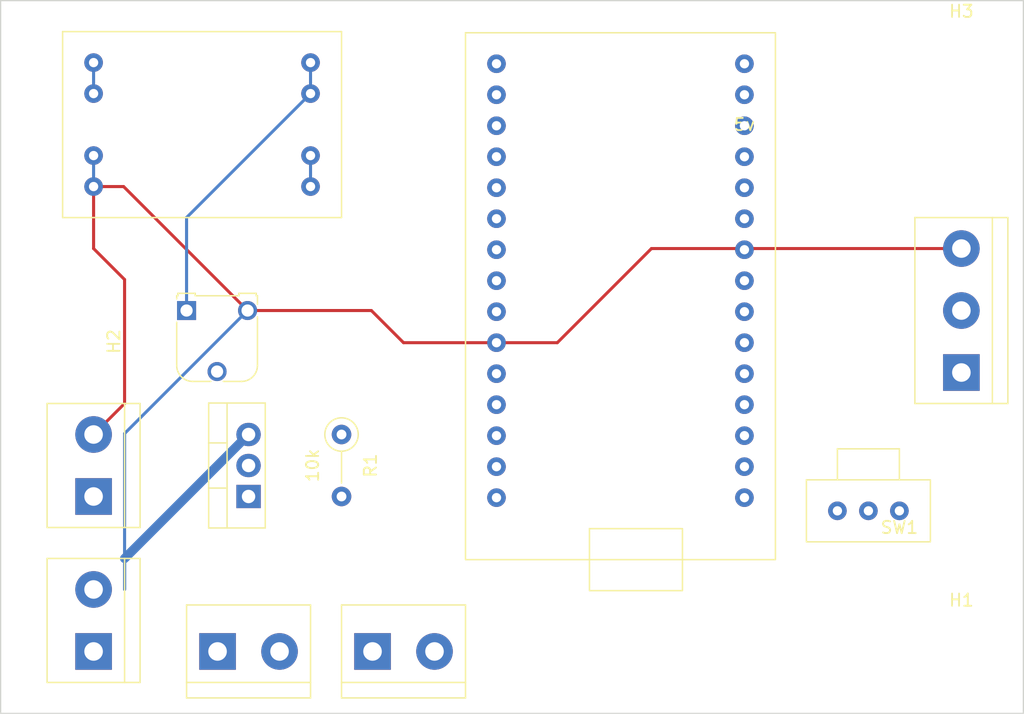
<source format=kicad_pcb>
(kicad_pcb (version 20211014) (generator pcbnew)
  (layers (0 "F.Cu" signal) (31 "B.Cu" signal) (34 "B.Paste" user) (35 "F.Paste" user) (36 "B.SilkS" user "B.Silkscreen") (37 "F.SilkS" user "F.Silkscreen") (38 "B.Mask" user) (39 "F.Mask" user) (44 "Edge.Cuts" user))
  (net 0 "")
  (net 1 "VCC")
  (net 2 "MOSFET_GND")
  (net 5 "Net-(RV1-Pad2)")
  (net 10 "GND")
  (net 22 "DIR")
  (net 23 "+5V")
  (net 26 "ENABLE")
  (net 28 "PUL")
  (net 29 "Net-(Q1-Pad1)")
  (footprint "TerminalBlock:TerminalBlock_bornier-2_P5.08mm" (layer "F.Cu") (at 142.24 134.62)
    (fp_text reference "J3" hide)
    (fp_text value "Screw_Terminal_01x02" hide)
    (fp_line (start -2.54 -3.81) (end -2.54 3.81) (layer "F.SilkS") (width 0.12))
    (fp_line (start 7.62 3.81) (end 7.62 -3.81) (layer "F.SilkS") (width 0.12))
    (fp_line (start -2.54 3.81) (end 7.62 3.81) (layer "F.SilkS") (width 0.12))
    (fp_line (start 7.62 2.54) (end -2.54 2.54) (layer "F.SilkS") (width 0.12))
    (fp_line (start 7.62 -3.81) (end -2.54 -3.81) (layer "F.SilkS") (width 0.12))
    (pad "1" thru_hole rect (at 0 0) (size 3 3) (drill 1.52) (layers *.Cu *.Mask) (net 22 "DIR"))
    (pad "2" thru_hole circle (at 5.08 0) (size 3 3) (drill 1.52) (layers *.Cu *.Mask) (net 10 "GND"))
  )
  (footprint "Potentiometer_THT:Potentiometer_Runtron_RM-065_Vertical" (layer "F.Cu") (at 127 106.68)
    (fp_text reference "RV1" hide)
    (fp_text value "R_Potentiometer_Trim_US" hide)
    (fp_line (start 0.71 -1.21) (end 4.29 -1.21) (layer "F.SilkS") (width 0.12))
    (fp_line (start 0.71 -1.21) (end 0.71 -1.41) (layer "F.SilkS") (width 0.12))
    (fp_line (start -0.71 -1.41) (end 0.71 -1.41) (layer "F.SilkS") (width 0.12))
    (fp_line (start 1.99 5.81) (end 0.5 5.81) (layer "F.SilkS") (width 0.12))
    (fp_line (start 4.29 -1.41) (end 5.71 -1.41) (layer "F.SilkS") (width 0.12))
    (fp_line (start -0.81 -1.21) (end -0.81 -0.96) (layer "F.SilkS") (width 0.12))
    (fp_line (start 4.29 -1.21) (end 4.29 -1.41) (layer "F.SilkS") (width 0.12))
    (fp_line (start -0.81 4.5) (end -0.81 0.96) (layer "F.SilkS") (width 0.12))
    (fp_line (start -0.71 -1.41) (end -0.71 -1.21) (layer "F.SilkS") (width 0.12))
    (fp_line (start 5.81 -1.21) (end 5.81 -0.52) (layer "F.SilkS") (width 0.12))
    (fp_line (start 5.81 0.52) (end 5.81 4.5) (layer "F.SilkS") (width 0.12))
    (fp_line (start -0.71 -1.21) (end -0.81 -1.21) (layer "F.SilkS") (width 0.12))
    (fp_line (start 4.5 5.81) (end 3.01 5.81) (layer "F.SilkS") (width 0.12))
    (fp_line (start 5.71 -1.21) (end 5.81 -1.21) (layer "F.SilkS") (width 0.12))
    (fp_line (start 5.71 -1.41) (end 5.71 -1.21) (layer "F.SilkS") (width 0.12))
    (fp_arc (start 5.81 4.5) (mid 5.42631 5.42631) (end 4.5 5.81) (layer "F.SilkS") (width 0.12))
    (fp_arc (start 0.5 5.81) (mid -0.42631 5.42631) (end -0.81 4.5) (layer "F.SilkS") (width 0.12))
    (pad "1" thru_hole rect (at 0 0) (size 1.56 1.56) (drill 1) (layers *.Cu *.Mask) (net 23 "+5V"))
    (pad "2" thru_hole circle (at 2.5 5) (size 1.56 1.56) (drill 1) (layers *.Cu *.Mask) (net 5 "Net-(RV1-Pad2)"))
    (pad "3" thru_hole circle (at 5 0) (size 1.56 1.56) (drill 1) (layers *.Cu *.Mask) (net 10 "GND"))
  )
  (footprint "TerminalBlock:TerminalBlock_bornier-3_P5.08mm" (layer "F.Cu") (at 190.5 111.76 90)
    (fp_text reference "J5" hide)
    (fp_text value "Screw_Terminal_01x03" hide)
    (fp_line (start -2.54 3.81) (end 12.7 3.81) (layer "F.SilkS") (width 0.12))
    (fp_line (start -2.54 3.81) (end -2.54 -3.81) (layer "F.SilkS") (width 0.12))
    (fp_line (start -2.54 2.54) (end 12.7 2.54) (layer "F.SilkS") (width 0.12))
    (fp_line (start 12.7 3.81) (end 12.7 -3.81) (layer "F.SilkS") (width 0.12))
    (fp_line (start -2.54 -3.81) (end 12.7 -3.81) (layer "F.SilkS") (width 0.12))
    (pad "1" thru_hole rect (at 0 0 90) (size 3 3) (drill 1.52) (layers *.Cu *.Mask) (net 23 "+5V"))
    (pad "2" thru_hole circle (at 5.08 0 90) (size 3 3) (drill 1.52) (layers *.Cu *.Mask) (net 26 "ENABLE"))
    (pad "3" thru_hole circle (at 10.16 0 90) (size 3 3) (drill 1.52) (layers *.Cu *.Mask) (net 10 "GND"))
  )
  (footprint "Button_Switch_THT:Slide Switch" (layer "F.Cu") (at 185.42 125.635)
    (fp_text reference "SW1" (at 0 -1.175 unlocked) (layer "F.SilkS"))
    (fp_text value "SW_SPDT")
    (fp_line (start 0 -7.62) (end 0 -5.08) (layer "F.SilkS") (width 0.12))
    (fp_line (start -5.08 -7.62) (end 0 -7.62) (layer "F.SilkS") (width 0.12))
    (fp_line (start -5.08 -5.08) (end -5.08 -7.62) (layer "F.SilkS") (width 0.12))
    (fp_rect (start -7.62 -5.08) (end 2.54 0) (layer "F.SilkS") (width 0.12) (fill none))
    (pad "1" thru_hole circle (at -5.08 -2.54) (size 1.524 1.524) (drill 0.762) (layers *.Cu *.Mask) (net 2 "MOSFET_GND"))
    (pad "2" thru_hole circle (at -2.54 -2.54) (size 1.524 1.524) (drill 0.762) (layers *.Cu *.Mask) (net 1 "VCC"))
    (pad "3" thru_hole circle (at 0 -2.54) (size 1.524 1.524) (drill 0.762) (layers *.Cu *.Mask) (net 10 "GND"))
  )
  (footprint "TerminalBlock:TerminalBlock_bornier-2_P5.08mm" (layer "F.Cu") (at 119.38 134.62 90)
    (fp_text reference "J1" hide)
    (fp_text value "Screw_Terminal_01x02" hide)
    (fp_line (start -2.54 -3.81) (end -2.54 3.81) (layer "F.SilkS") (width 0.12))
    (fp_line (start 7.62 3.81) (end 7.62 -3.81) (layer "F.SilkS") (width 0.12))
    (fp_line (start 7.62 2.54) (end -2.54 2.54) (layer "F.SilkS") (width 0.12))
    (fp_line (start 7.62 -3.81) (end -2.54 -3.81) (layer "F.SilkS") (width 0.12))
    (fp_line (start -2.54 3.81) (end 7.62 3.81) (layer "F.SilkS") (width 0.12))
    (pad "1" thru_hole rect (at 0 0 90) (size 3 3) (drill 1.52) (layers *.Cu *.Mask) (net 1 "VCC"))
    (pad "2" thru_hole circle (at 5.08 0 90) (size 3 3) (drill 1.52) (layers *.Cu *.Mask) (net 1 "VCC"))
  )
  (footprint "MountingHole:MountingHole_3.2mm_M3" (layer "F.Cu") (at 116.84 109.22 -90)
    (fp_text reference "H2" (at 0 -4.2 90) (layer "F.SilkS"))
    (fp_text value "MountingHole")
    (pad "" np_thru_hole circle (at 0 0 270) (size 3.2 3.2) (drill 3.2) (layers *.Cu *.Mask))
  )
  (footprint "Converter_DCDC:DCDC_Generic-5v" (layer "F.Cu") (at 129.54 93.98)
    (fp_text reference "U2" hide)
    (fp_text value "Generic_5v_Module")
    (fp_line (start -12.7 5.08) (end -12.7 -10.16) (layer "F.SilkS") (width 0.12))
    (fp_line (start -12.7 -10.16) (end 10.16 -10.16) (layer "F.SilkS") (width 0.12))
    (fp_line (start 10.16 -10.16) (end 10.16 5.08) (layer "F.SilkS") (width 0.12))
    (fp_line (start 10.16 5.08) (end -12.7 5.08) (layer "F.SilkS") (width 0.12))
    (pad "1" thru_hole circle (at -10.16 -5.08) (size 1.524 1.524) (drill 0.762) (layers *.Cu *.Mask) (net 1 "VCC"))
    (pad "1" thru_hole circle (at -10.16 -7.62) (size 1.524 1.524) (drill 0.762) (layers *.Cu *.Mask) (net 1 "VCC"))
    (pad "2" thru_hole circle (at -10.16 2.54) (size 1.524 1.524) (drill 0.762) (layers *.Cu *.Mask) (net 10 "GND"))
    (pad "2" thru_hole circle (at -10.16 0) (size 1.524 1.524) (drill 0.762) (layers *.Cu *.Mask) (net 10 "GND"))
    (pad "3" thru_hole circle (at 7.62 -7.62) (size 1.524 1.524) (drill 0.762) (layers *.Cu *.Mask) (net 23 "+5V"))
    (pad "3" thru_hole circle (at 7.62 -5.08) (size 1.524 1.524) (drill 0.762) (layers *.Cu *.Mask) (net 23 "+5V"))
    (pad "4" thru_hole circle (at 7.62 2.54) (size 1.524 1.524) (drill 0.762) (layers *.Cu *.Mask) (net 10 "GND"))
    (pad "4" thru_hole circle (at 7.62 0) (size 1.524 1.524) (drill 0.762) (layers *.Cu *.Mask) (net 10 "GND"))
  )
  (footprint "Package_TO_SOT_THT:TO-220-3_Vertical" (layer "F.Cu") (at 132.08 121.92 90)
    (fp_text reference "Q1" hide)
    (fp_text value "IRLZ44N" hide)
    (fp_line (start 7.66 -3.27) (end 7.66 1.371) (layer "F.SilkS") (width 0.12))
    (fp_line (start -2.58 1.371) (end 7.66 1.371) (layer "F.SilkS") (width 0.12))
    (fp_line (start 4.391 -3.27) (end 4.391 -1.76) (layer "F.SilkS") (width 0.12))
    (fp_line (start -2.58 -3.27) (end -2.58 1.371) (layer "F.SilkS") (width 0.12))
    (fp_line (start 0.69 -3.27) (end 0.69 -1.76) (layer "F.SilkS") (width 0.12))
    (fp_line (start -2.58 -3.27) (end 7.66 -3.27) (layer "F.SilkS") (width 0.12))
    (fp_line (start -2.58 -1.76) (end 7.66 -1.76) (layer "F.SilkS") (width 0.12))
    (pad "1" thru_hole rect (at 0 0 90) (size 1.905 2) (drill 1.1) (layers *.Cu *.Mask) (net 29 "Net-(Q1-Pad1)"))
    (pad "2" thru_hole oval (at 2.54 0 90) (size 1.905 2) (drill 1.1) (layers *.Cu *.Mask) (net 2 "MOSFET_GND"))
    (pad "3" thru_hole oval (at 5.08 0 90) (size 1.905 2) (drill 1.1) (layers *.Cu *.Mask) (net 10 "GND"))
  )
  (footprint "ESP32_modules:NodeMCU 8266 LUA 12-F" (layer "F.Cu") (at 149.86 83.915)
    (fp_text reference "U1" hide)
    (fp_text value "NodeMCU_ESP8266_LUA_12-F")
    (fp_rect (start 0 0) (end 25.4 43.18) (layer "F.SilkS") (width 0.12) (fill none))
    (fp_rect (start 10.16 40.64) (end 17.78 45.72) (layer "F.SilkS") (width 0.12) (fill none))
    (pad "1" thru_hole circle (at 2.54 2.54) (size 1.524 1.524) (drill 0.762) (layers *.Cu *.Mask))
    (pad "2" thru_hole circle (at 2.54 5.08) (size 1.524 1.524) (drill 0.762) (layers *.Cu *.Mask))
    (pad "3" thru_hole circle (at 2.54 7.62) (size 1.524 1.524) (drill 0.762) (layers *.Cu *.Mask))
    (pad "4" thru_hole circle (at 2.54 10.16) (size 1.524 1.524) (drill 0.762) (layers *.Cu *.Mask))
    (pad "5" thru_hole circle (at 2.54 12.7) (size 1.524 1.524) (drill 0.762) (layers *.Cu *.Mask) (net 5 "Net-(RV1-Pad2)"))
    (pad "6" thru_hole circle (at 2.54 15.24) (size 1.524 1.524) (drill 0.762) (layers *.Cu *.Mask))
    (pad "7" thru_hole circle (at 2.54 17.78) (size 1.524 1.524) (drill 0.762) (layers *.Cu *.Mask))
    (pad "8" thru_hole circle (at 2.54 20.32) (size 1.524 1.524) (drill 0.762) (layers *.Cu *.Mask))
    (pad "9" thru_hole circle (at 2.54 22.86) (size 1.524 1.524) (drill 0.762) (layers *.Cu *.Mask))
    (pad "10" thru_hole circle (at 2.54 25.4) (size 1.524 1.524) (drill 0.762) (layers *.Cu *.Mask) (net 10 "GND"))
    (pad "11" thru_hole circle (at 2.54 27.94) (size 1.524 1.524) (drill 0.762) (layers *.Cu *.Mask) (net 2 "MOSFET_GND"))
    (pad "12" thru_hole circle (at 2.54 30.48) (size 1.524 1.524) (drill 0.762) (layers *.Cu *.Mask))
    (pad "13" thru_hole circle (at 2.54 33.02) (size 1.524 1.524) (drill 0.762) (layers *.Cu *.Mask))
    (pad "14" thru_hole circle (at 2.54 35.56) (size 1.524 1.524) (drill 0.762) (layers *.Cu *.Mask))
    (pad "15" thru_hole circle (at 2.54 38.1) (size 1.524 1.524) (drill 0.762) (layers *.Cu *.Mask) (net 23 "+5V"))
    (pad "16" thru_hole circle (at 22.86 2.54) (size 1.524 1.524) (drill 0.762) (layers *.Cu *.Mask))
    (pad "17" thru_hole circle (at 22.86 5.08) (size 1.524 1.524) (drill 0.762) (layers *.Cu *.Mask))
    (pad "18" thru_hole circle (at 22.86 7.62) (size 1.524 1.524) (drill 0.762) (layers *.Cu *.Mask) (net 26 "ENABLE"))
    (pad "19" thru_hole circle (at 22.86 10.16) (size 1.524 1.524) (drill 0.762) (layers *.Cu *.Mask))
    (pad "20" thru_hole circle (at 22.86 12.7) (size 1.524 1.524) (drill 0.762) (layers *.Cu *.Mask))
    (pad "21" thru_hole circle (at 22.86 15.24) (size 1.524 1.524) (drill 0.762) (layers *.Cu *.Mask))
    (pad "22" thru_hole circle (at 22.86 17.78) (size 1.524 1.524) (drill 0.762) (layers *.Cu *.Mask) (net 10 "GND"))
    (pad "23" thru_hole circle (at 22.86 20.32) (size 1.524 1.524) (drill 0.762) (layers *.Cu *.Mask))
    (pad "24" thru_hole circle (at 22.86 22.86) (size 1.524 1.524) (drill 0.762) (layers *.Cu *.Mask) (net 28 "PUL"))
    (pad "25" thru_hole circle (at 22.86 25.4) (size 1.524 1.524) (drill 0.762) (layers *.Cu *.Mask) (net 22 "DIR"))
    (pad "26" thru_hole circle (at 22.86 27.94) (size 1.524 1.524) (drill 0.762) (layers *.Cu *.Mask) (net 2 "MOSFET_GND"))
    (pad "27" thru_hole circle (at 22.86 30.48) (size 1.524 1.524) (drill 0.762) (layers *.Cu *.Mask))
    (pad "28" thru_hole circle (at 22.86 33.02) (size 1.524 1.524) (drill 0.762) (layers *.Cu *.Mask))
    (pad "29" thru_hole circle (at 22.86 35.56) (size 1.524 1.524) (drill 0.762) (layers *.Cu *.Mask) (net 10 "GND"))
    (pad "30" thru_hole circle (at 22.86 38.1) (size 1.524 1.524) (drill 0.762) (layers *.Cu *.Mask))
  )
  (footprint "MountingHole:MountingHole_3.2mm_M3" (layer "F.Cu") (at 190.5 86.36)
    (fp_text reference "H3" (at 0 -4.2) (layer "F.SilkS"))
    (fp_text value "MountingHole")
    (pad "" np_thru_hole circle (at 0 0) (size 3.2 3.2) (drill 3.2) (layers *.Cu *.Mask))
  )
  (footprint "MountingHole:MountingHole_3.2mm_M3" (layer "F.Cu") (at 190.5 134.62)
    (fp_text reference "H1" (at 0 -4.2) (layer "F.SilkS"))
    (fp_text value "MountingHole")
    (pad "" np_thru_hole circle (at 0 0) (size 3.2 3.2) (drill 3.2) (layers *.Cu *.Mask))
  )
  (footprint "TerminalBlock:TerminalBlock_bornier-2_P5.08mm" (layer "F.Cu") (at 129.54 134.62)
    (fp_text reference "J4" hide)
    (fp_text value "Screw_Terminal_01x02" hide)
    (fp_line (start -2.54 3.81) (end 7.62 3.81) (layer "F.SilkS") (width 0.12))
    (fp_line (start -2.54 -3.81) (end -2.54 3.81) (layer "F.SilkS") (width 0.12))
    (fp_line (start 7.62 3.81) (end 7.62 -3.81) (layer "F.SilkS") (width 0.12))
    (fp_line (start 7.62 2.54) (end -2.54 2.54) (layer "F.SilkS") (width 0.12))
    (fp_line (start 7.62 -3.81) (end -2.54 -3.81) (layer "F.SilkS") (width 0.12))
    (pad "1" thru_hole rect (at 0 0) (size 3 3) (drill 1.52) (layers *.Cu *.Mask) (net 28 "PUL"))
    (pad "2" thru_hole circle (at 5.08 0) (size 3 3) (drill 1.52) (layers *.Cu *.Mask) (net 10 "GND"))
  )
  (footprint "TerminalBlock:TerminalBlock_bornier-2_P5.08mm" (layer "F.Cu") (at 119.38 121.92 90)
    (fp_text reference "J2" hide)
    (fp_text value "Screw_Terminal_01x02" hide)
    (fp_line (start 7.62 -3.81) (end -2.54 -3.81) (layer "F.SilkS") (width 0.12))
    (fp_line (start 7.62 2.54) (end -2.54 2.54) (layer "F.SilkS") (width 0.12))
    (fp_line (start -2.54 3.81) (end 7.62 3.81) (layer "F.SilkS") (width 0.12))
    (fp_line (start 7.62 3.81) (end 7.62 -3.81) (layer "F.SilkS") (width 0.12))
    (fp_line (start -2.54 -3.81) (end -2.54 3.81) (layer "F.SilkS") (width 0.12))
    (pad "1" thru_hole rect (at 0 0 90) (size 3 3) (drill 1.52) (layers *.Cu *.Mask) (net 1 "VCC"))
    (pad "2" thru_hole circle (at 5.08 0 90) (size 3 3) (drill 1.52) (layers *.Cu *.Mask) (net 10 "GND"))
  )
  (footprint "Resistor_THT:R_Axial_DIN0207_L6.3mm_D2.5mm_P5.08mm_Vertical" (layer "F.Cu") (at 139.7 116.84 -90)
    (fp_text reference "R1" (at 2.54 -2.37 90) (layer "F.SilkS"))
    (fp_text value "10k" (at 2.54 2.37 90) (layer "F.SilkS"))
    (fp_line (start 1.37 0) (end 3.98 0) (layer "F.SilkS") (width 0.12))
    (fp_circle (center 0 0) (end 1.37 0) (layer "F.SilkS") (width 0.12) (fill none))
    (pad "1" thru_hole circle (at 0 0 270) (size 1.6 1.6) (drill 0.8) (layers *.Cu *.Mask) (net 26 "ENABLE"))
    (pad "2" thru_hole oval (at 5.08 0 270) (size 1.6 1.6) (drill 0.8) (layers *.Cu *.Mask) (net 29 "Net-(Q1-Pad1)"))
  )
  (gr_rect (start 111.76 81.28) (end 195.58 139.7) (layer "Edge.Cuts") (width 0.1) (fill none))
  (gr_text "5v" (at 172.72 91.44) (layer "F.SilkS") (effects (font (size 1 1))))
  (segment (start 119.38 86.36) (end 119.38 88.9) (width 0.25) (layer "B.Cu") (net 1))
  (segment (start 165.1 101.6) (end 157.385 109.315) (width 0.25) (layer "F.Cu") (net 10))
  (segment (start 121.92 104.14) (end 121.92 114.3) (width 0.25) (layer "F.Cu") (net 10))
  (segment (start 119.38 96.52) (end 121.84 96.52) (width 0.25) (layer "F.Cu") (net 10))
  (segment (start 157.385 109.315) (end 144.78 109.315) (width 0.25) (layer "F.Cu") (net 10))
  (segment (start 121.84 96.52) (end 132 106.68) (width 0.25) (layer "F.Cu") (net 10))
  (segment (start 142.145 106.68) (end 144.78 109.315) (width 0.25) (layer "F.Cu") (net 10))
  (segment (start 119.38 101.6) (end 121.92 104.14) (width 0.25) (layer "F.Cu") (net 10))
  (segment (start 119.38 96.52) (end 119.38 101.6) (width 0.25) (layer "F.Cu") (net 10))
  (segment (start 190.5 101.6) (end 165.1 101.6) (width 0.25) (layer "F.Cu") (net 10))
  (segment (start 121.92 114.3) (end 119.38 116.84) (width 0.25) (layer "F.Cu") (net 10))
  (segment (start 132 106.68) (end 142.145 106.68) (width 0.25) (layer "F.Cu") (net 10))
  (segment (start 121.92 127) (end 121.92 129.54) (width 0.25) (layer "B.Cu") (net 10))
  (segment (start 132.08 116.84) (end 121.92 127) (width 0.75) (layer "B.Cu") (net 10))
  (segment (start 137.16 93.98) (end 137.16 96.52) (width 0.25) (layer "B.Cu") (net 10))
  (segment (start 132 106.68) (end 121.92 116.76) (width 0.25) (layer "B.Cu") (net 10))
  (segment (start 119.38 93.98) (end 119.38 96.52) (width 0.25) (layer "B.Cu") (net 10))
  (segment (start 121.92 116.76) (end 121.92 129.54) (width 0.25) (layer "B.Cu") (net 10))
  (segment (start 137.16 88.9) (end 127 99.06) (width 0.25) (layer "B.Cu") (net 23))
  (segment (start 127 99.06) (end 127 106.68) (width 0.25) (layer "B.Cu") (net 23))
  (segment (start 137.16 86.36) (end 137.16 88.9) (width 0.25) (layer "B.Cu") (net 23))
)
</source>
